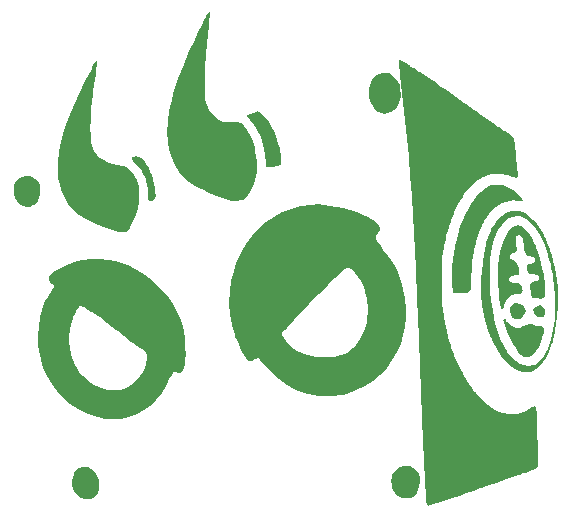
<source format=gbr>
%TF.GenerationSoftware,KiCad,Pcbnew,6.0.2+dfsg-1*%
%TF.CreationDate,2022-10-12T23:29:13+02:00*%
%TF.ProjectId,project_satan,70726f6a-6563-4745-9f73-6174616e2e6b,rev?*%
%TF.SameCoordinates,Original*%
%TF.FileFunction,Copper,L1,Top*%
%TF.FilePolarity,Positive*%
%FSLAX46Y46*%
G04 Gerber Fmt 4.6, Leading zero omitted, Abs format (unit mm)*
G04 Created by KiCad (PCBNEW 6.0.2+dfsg-1) date 2022-10-12 23:29:13*
%MOMM*%
%LPD*%
G01*
G04 APERTURE LIST*
G04 APERTURE END LIST*
%TO.C,REF\u002A\u002A*%
G36*
X65309903Y-62522650D02*
G01*
X65441173Y-61995006D01*
X65584231Y-61545581D01*
X65748444Y-61152427D01*
X65943181Y-60793595D01*
X66177811Y-60447137D01*
X66219531Y-60391581D01*
X66339706Y-60223441D01*
X66431380Y-60075958D01*
X66480035Y-59973272D01*
X66484227Y-59951450D01*
X66449693Y-59861358D01*
X66363395Y-59747960D01*
X66328068Y-59712282D01*
X66172319Y-59528660D01*
X66082188Y-59342005D01*
X66067145Y-59174533D01*
X66079523Y-59129172D01*
X66177242Y-58980939D01*
X66356376Y-58811604D01*
X66602781Y-58629600D01*
X66902317Y-58443363D01*
X67240840Y-58261328D01*
X67604210Y-58091929D01*
X67978283Y-57943603D01*
X68184227Y-57873819D01*
X68887535Y-57698431D01*
X69626870Y-57601722D01*
X70373945Y-57585647D01*
X71100472Y-57652160D01*
X71187916Y-57666290D01*
X71987071Y-57851952D01*
X72763685Y-58130161D01*
X73510092Y-58494386D01*
X74218624Y-58938090D01*
X74881614Y-59454741D01*
X75491397Y-60037804D01*
X76040305Y-60680744D01*
X76520672Y-61377029D01*
X76924831Y-62120123D01*
X77207368Y-62796499D01*
X77369317Y-63294956D01*
X77486477Y-63781073D01*
X77564688Y-64287194D01*
X77609792Y-64845665D01*
X77619477Y-65078695D01*
X77626581Y-65653627D01*
X77607118Y-66134080D01*
X77560855Y-66522236D01*
X77487560Y-66820276D01*
X77417457Y-66981118D01*
X77298377Y-67136345D01*
X77149800Y-67210063D01*
X76951108Y-67210248D01*
X76865975Y-67194430D01*
X76718187Y-67173529D01*
X76600414Y-67176183D01*
X76584842Y-67179933D01*
X76522085Y-67239604D01*
X76439511Y-67374172D01*
X76349164Y-67563560D01*
X76335962Y-67594793D01*
X75991987Y-68311976D01*
X75589929Y-68954998D01*
X75134118Y-69521233D01*
X74628886Y-70008049D01*
X74078562Y-70412818D01*
X73487479Y-70732911D01*
X72859967Y-70965699D01*
X72200356Y-71108552D01*
X71512978Y-71158841D01*
X70802163Y-71113936D01*
X70591009Y-71082523D01*
X69868816Y-70911334D01*
X69170020Y-70647969D01*
X68502183Y-70299183D01*
X67872866Y-69871732D01*
X67289632Y-69372374D01*
X66760043Y-68807863D01*
X66291659Y-68184957D01*
X65892043Y-67510411D01*
X65568756Y-66790981D01*
X65466353Y-66503797D01*
X65266668Y-65749904D01*
X65151140Y-64956615D01*
X65120387Y-64139603D01*
X65121579Y-64121597D01*
X67756835Y-64121597D01*
X67757718Y-64655311D01*
X67809346Y-65169098D01*
X67911849Y-65639711D01*
X68038614Y-65987411D01*
X68098325Y-66124397D01*
X68134177Y-66217768D01*
X68139312Y-66241741D01*
X68156987Y-66288932D01*
X68211681Y-66405137D01*
X68293920Y-66570661D01*
X68356243Y-66692628D01*
X68618842Y-67134855D01*
X68909955Y-67492909D01*
X69241974Y-67781508D01*
X69318081Y-67834683D01*
X69492798Y-67955994D01*
X69657044Y-68076324D01*
X69761696Y-68158586D01*
X69896527Y-68246806D01*
X70098689Y-68349669D01*
X70339162Y-68454996D01*
X70588928Y-68550607D01*
X70818967Y-68624326D01*
X70943736Y-68654649D01*
X71248197Y-68692129D01*
X71597555Y-68699995D01*
X71941187Y-68678290D01*
X72110214Y-68653615D01*
X72430858Y-68567859D01*
X72731983Y-68427738D01*
X73032646Y-68221844D01*
X73351907Y-67938768D01*
X73424864Y-67866676D01*
X73765159Y-67495598D01*
X74020203Y-67145994D01*
X74197685Y-66802354D01*
X74305292Y-66449167D01*
X74350712Y-66070925D01*
X74352956Y-65994332D01*
X74353643Y-65828435D01*
X74343426Y-65692602D01*
X74312915Y-65576296D01*
X74252722Y-65468982D01*
X74153458Y-65360122D01*
X74005735Y-65239179D01*
X73800162Y-65095618D01*
X73527353Y-64918900D01*
X73224235Y-64727614D01*
X73016949Y-64587573D01*
X72798510Y-64425038D01*
X72647559Y-64301775D01*
X72395582Y-64083614D01*
X72204367Y-63921432D01*
X72060150Y-63804392D01*
X71949171Y-63721661D01*
X71857668Y-63662403D01*
X71784227Y-63622039D01*
X71713213Y-63582412D01*
X71633466Y-63529532D01*
X71534146Y-63454531D01*
X71404417Y-63348540D01*
X71233441Y-63202688D01*
X71010378Y-63008108D01*
X70724393Y-62755929D01*
X70705970Y-62739634D01*
X70541318Y-62604217D01*
X70386922Y-62494820D01*
X70270100Y-62430334D01*
X70248026Y-62422944D01*
X70110938Y-62363234D01*
X69984227Y-62272519D01*
X69857715Y-62178555D01*
X69734227Y-62118757D01*
X69665599Y-62094096D01*
X69592243Y-62055499D01*
X69494847Y-61990232D01*
X69354098Y-61885560D01*
X69195904Y-61763808D01*
X69061606Y-61677289D01*
X68934227Y-61619905D01*
X68815878Y-61573247D01*
X68751042Y-61535356D01*
X68676836Y-61530723D01*
X68577717Y-61617336D01*
X68452322Y-61796786D01*
X68309932Y-62050285D01*
X68224928Y-62216166D01*
X68162341Y-62345568D01*
X68133408Y-62415062D01*
X68132661Y-62419874D01*
X68116810Y-62478625D01*
X68073965Y-62592775D01*
X68057356Y-62633367D01*
X67906784Y-63087378D01*
X67806567Y-63591203D01*
X67756835Y-64121597D01*
X65121579Y-64121597D01*
X65175024Y-63314542D01*
X65309903Y-62522650D01*
G37*
G36*
X104396755Y-51315393D02*
G01*
X104545655Y-51353005D01*
X104663514Y-51390945D01*
X104729283Y-51404886D01*
X104734227Y-51402800D01*
X104773025Y-51413238D01*
X104874236Y-51463409D01*
X105015085Y-51540571D01*
X105172795Y-51631981D01*
X105324590Y-51724898D01*
X105412864Y-51782476D01*
X105549192Y-51886812D01*
X105706656Y-52025713D01*
X105869630Y-52182826D01*
X106022488Y-52341799D01*
X106149602Y-52486279D01*
X106235346Y-52599911D01*
X106264093Y-52666343D01*
X106262377Y-52671471D01*
X106178147Y-52716337D01*
X106011905Y-52721301D01*
X105773335Y-52686435D01*
X105685126Y-52667299D01*
X105399910Y-52638582D01*
X105071434Y-52664322D01*
X104735616Y-52737774D01*
X104428374Y-52852194D01*
X104284227Y-52930368D01*
X104176505Y-52989089D01*
X104101842Y-53024199D01*
X104026732Y-53075964D01*
X103906124Y-53179299D01*
X103757110Y-53317262D01*
X103596784Y-53472911D01*
X103442239Y-53629306D01*
X103310569Y-53769503D01*
X103218868Y-53876560D01*
X103184228Y-53933537D01*
X103184227Y-53933682D01*
X103157384Y-53996822D01*
X103087814Y-54112865D01*
X103012455Y-54225034D01*
X102925024Y-54358184D01*
X102871866Y-54456081D01*
X102863663Y-54492923D01*
X102850272Y-54538368D01*
X102810435Y-54579321D01*
X102746838Y-54653260D01*
X102734227Y-54689406D01*
X102715402Y-54760259D01*
X102667896Y-54884685D01*
X102641595Y-54946289D01*
X102556252Y-55143066D01*
X102490555Y-55300612D01*
X102459227Y-55381903D01*
X102433887Y-55443938D01*
X102413557Y-55490713D01*
X102373560Y-55600283D01*
X102362927Y-55641009D01*
X102333272Y-55748906D01*
X102321664Y-55782692D01*
X102296380Y-55863967D01*
X102257197Y-56001736D01*
X102214311Y-56158643D01*
X102177917Y-56297330D01*
X102158208Y-56380440D01*
X102157608Y-56383876D01*
X102144830Y-56445716D01*
X102119765Y-56559221D01*
X102086557Y-56721312D01*
X102057914Y-56880646D01*
X102034234Y-57003972D01*
X102013671Y-57077692D01*
X102011932Y-57081040D01*
X101996124Y-57143380D01*
X101974639Y-57272420D01*
X101959773Y-57380930D01*
X101937405Y-57549905D01*
X101917487Y-57687097D01*
X101909057Y-57737420D01*
X101899710Y-57820933D01*
X101887318Y-57979746D01*
X101873671Y-58189080D01*
X101863462Y-58368571D01*
X101849372Y-58628457D01*
X101832979Y-58924153D01*
X101815598Y-59232638D01*
X101798545Y-59530889D01*
X101783136Y-59795882D01*
X101770684Y-60004596D01*
X101763088Y-60125392D01*
X101707101Y-60280813D01*
X101577772Y-60390552D01*
X101423323Y-60432274D01*
X101265974Y-60445780D01*
X101079715Y-60465482D01*
X101034227Y-60470881D01*
X100864644Y-60491461D01*
X100716215Y-60509230D01*
X100683327Y-60513104D01*
X100539529Y-60508980D01*
X100450943Y-60488354D01*
X100368365Y-60450258D01*
X100309948Y-60395190D01*
X100267457Y-60303671D01*
X100232660Y-60156223D01*
X100197320Y-59933365D01*
X100187735Y-59865730D01*
X100172974Y-59695914D01*
X100163639Y-59454175D01*
X100159526Y-59166520D01*
X100160433Y-58858954D01*
X100166156Y-58557484D01*
X100176492Y-58288117D01*
X100191238Y-58076859D01*
X100202412Y-57987032D01*
X100226855Y-57824199D01*
X100252405Y-57631019D01*
X100259309Y-57573662D01*
X100280597Y-57429701D01*
X100317617Y-57217222D01*
X100365029Y-56965653D01*
X100413854Y-56721986D01*
X100474395Y-56429118D01*
X100518158Y-56218338D01*
X100548665Y-56073626D01*
X100569434Y-55978958D01*
X100583988Y-55918313D01*
X100595845Y-55875667D01*
X100608527Y-55834999D01*
X100609227Y-55832791D01*
X100645004Y-55701620D01*
X100656760Y-55648923D01*
X100687873Y-55528666D01*
X100744313Y-55340811D01*
X100817285Y-55111942D01*
X100897990Y-54868643D01*
X100977631Y-54637498D01*
X101047411Y-54445093D01*
X101093282Y-54329832D01*
X101310902Y-53841841D01*
X101504862Y-53434798D01*
X101683312Y-53094660D01*
X101854399Y-52807381D01*
X102026271Y-52558917D01*
X102207076Y-52335222D01*
X102327317Y-52202724D01*
X102601250Y-51924194D01*
X102836976Y-51714293D01*
X103053860Y-51559723D01*
X103271267Y-51447188D01*
X103508563Y-51363390D01*
X103577553Y-51344232D01*
X103841463Y-51299193D01*
X104129142Y-51289712D01*
X104396755Y-51315393D01*
G37*
G36*
X83883159Y-45114035D02*
G01*
X84024161Y-45217091D01*
X84192847Y-45384777D01*
X84379660Y-45605137D01*
X84575041Y-45866213D01*
X84769430Y-46156048D01*
X84953271Y-46462683D01*
X85100204Y-46739892D01*
X85197556Y-46956369D01*
X85301742Y-47220102D01*
X85401979Y-47500230D01*
X85487481Y-47765891D01*
X85547464Y-47986223D01*
X85564141Y-48067505D01*
X85591743Y-48215501D01*
X85610473Y-48304569D01*
X85641041Y-48480171D01*
X85666903Y-48701742D01*
X85686473Y-48942512D01*
X85698166Y-49175714D01*
X85700393Y-49374576D01*
X85691569Y-49512331D01*
X85684045Y-49545932D01*
X85608766Y-49627627D01*
X85459329Y-49700132D01*
X85261495Y-49758351D01*
X85041023Y-49797190D01*
X84823672Y-49811552D01*
X84635202Y-49796342D01*
X84546727Y-49770912D01*
X84471051Y-49717096D01*
X84435357Y-49618131D01*
X84426400Y-49509455D01*
X84357327Y-48702848D01*
X84211610Y-47953428D01*
X83990192Y-47263851D01*
X83694017Y-46636771D01*
X83324031Y-46074844D01*
X83115729Y-45823698D01*
X82986604Y-45671814D01*
X82888670Y-45542549D01*
X82837905Y-45457524D01*
X82834227Y-45442788D01*
X82878465Y-45403276D01*
X82995805Y-45344949D01*
X83163184Y-45276476D01*
X83357538Y-45206524D01*
X83555804Y-45143761D01*
X83734919Y-45096855D01*
X83779400Y-45087569D01*
X83883159Y-45114035D01*
G37*
G36*
X94902030Y-41886696D02*
G01*
X95182789Y-42058119D01*
X95439218Y-42318584D01*
X95625877Y-42597165D01*
X95748462Y-42889512D01*
X95815153Y-43222123D01*
X95834187Y-43598083D01*
X95830775Y-43839534D01*
X95816534Y-44014471D01*
X95785390Y-44156461D01*
X95731267Y-44299073D01*
X95691724Y-44385256D01*
X95507984Y-44687114D01*
X95274510Y-44938182D01*
X95007463Y-45128537D01*
X94723004Y-45248252D01*
X94437292Y-45287401D01*
X94259227Y-45265105D01*
X93960789Y-45143260D01*
X93697916Y-44940121D01*
X93477398Y-44670357D01*
X93306029Y-44348634D01*
X93190599Y-43989620D01*
X93137901Y-43607982D01*
X93154728Y-43218388D01*
X93202194Y-42982495D01*
X93342136Y-42602073D01*
X93534101Y-42291017D01*
X93767453Y-42052483D01*
X94031558Y-41889627D01*
X94315779Y-41805607D01*
X94609482Y-41803578D01*
X94902030Y-41886696D01*
G37*
G36*
X81400947Y-62241726D02*
G01*
X81340336Y-61322215D01*
X81368601Y-60399492D01*
X81485461Y-59487029D01*
X81690634Y-58598298D01*
X81917281Y-57915785D01*
X82282010Y-57087066D01*
X82717266Y-56325845D01*
X83219020Y-55634960D01*
X83783244Y-55017249D01*
X84405908Y-54475548D01*
X85082985Y-54012696D01*
X85810445Y-53631529D01*
X86584260Y-53334887D01*
X87400400Y-53125605D01*
X88254838Y-53006521D01*
X88927944Y-52978088D01*
X89378362Y-53000693D01*
X89887037Y-53066170D01*
X90434921Y-53168996D01*
X91002966Y-53303653D01*
X91572124Y-53464620D01*
X92123346Y-53646377D01*
X92637585Y-53843403D01*
X93095791Y-54050179D01*
X93478916Y-54261184D01*
X93578193Y-54325727D01*
X93840495Y-54538216D01*
X94009324Y-54752925D01*
X94083397Y-54965684D01*
X94061435Y-55172318D01*
X93942156Y-55368658D01*
X93909227Y-55403613D01*
X93826111Y-55491683D01*
X93767563Y-55573884D01*
X93737574Y-55659969D01*
X93740131Y-55759690D01*
X93779224Y-55882801D01*
X93858842Y-56039055D01*
X93982973Y-56238204D01*
X94155608Y-56490003D01*
X94380734Y-56804202D01*
X94611827Y-57121441D01*
X95000224Y-57676894D01*
X95319036Y-58191136D01*
X95576905Y-58685370D01*
X95782475Y-59180802D01*
X95944387Y-59698634D01*
X96071285Y-60260071D01*
X96171812Y-60886317D01*
X96184063Y-60978741D01*
X96262947Y-61825798D01*
X96270026Y-62614057D01*
X96203472Y-63356300D01*
X96061456Y-64065308D01*
X95842151Y-64753863D01*
X95547731Y-65426677D01*
X95135071Y-66149889D01*
X94648332Y-66807850D01*
X94092490Y-67396663D01*
X93472523Y-67912435D01*
X92793408Y-68351270D01*
X92060122Y-68709274D01*
X91277642Y-68982552D01*
X90871638Y-69085725D01*
X90619315Y-69127501D01*
X90296819Y-69159193D01*
X89930755Y-69180259D01*
X89547726Y-69190155D01*
X89174336Y-69188340D01*
X88837189Y-69174271D01*
X88562887Y-69147405D01*
X88484227Y-69134416D01*
X87693163Y-68933904D01*
X86942977Y-68643142D01*
X86232600Y-68261456D01*
X85560962Y-67788171D01*
X84926994Y-67222615D01*
X84329627Y-66564112D01*
X84247468Y-66462731D01*
X84095872Y-66277906D01*
X83961488Y-66122909D01*
X83859209Y-66014346D01*
X83804845Y-65969144D01*
X83727645Y-65980318D01*
X83602009Y-66037280D01*
X83501264Y-66097882D01*
X83289473Y-66213982D01*
X83115141Y-66247473D01*
X82958737Y-66198077D01*
X82822867Y-66088286D01*
X82713091Y-65950016D01*
X82578046Y-65735981D01*
X82426867Y-65464496D01*
X82268690Y-65153878D01*
X82112649Y-64822442D01*
X81967880Y-64488504D01*
X81843516Y-64170380D01*
X81789923Y-64017219D01*
X81787794Y-64009452D01*
X85797349Y-64009452D01*
X85846560Y-64147129D01*
X85955428Y-64316608D01*
X86130320Y-64527772D01*
X86377602Y-64790503D01*
X86382270Y-64795271D01*
X86619620Y-65026029D01*
X86844824Y-65215247D01*
X87074705Y-65370868D01*
X87326086Y-65500837D01*
X87615792Y-65613098D01*
X87960646Y-65715594D01*
X88377471Y-65816271D01*
X88684227Y-65882262D01*
X88946003Y-65917265D01*
X89271948Y-65931924D01*
X89628539Y-65927285D01*
X89982250Y-65904396D01*
X90299557Y-65864305D01*
X90484227Y-65826008D01*
X90778770Y-65740237D01*
X91032529Y-65641069D01*
X91266834Y-65515501D01*
X91503010Y-65350531D01*
X91762387Y-65133154D01*
X92034435Y-64880865D01*
X92222358Y-64660551D01*
X92411895Y-64366515D01*
X92591200Y-64024319D01*
X92748425Y-63659527D01*
X92871724Y-63297701D01*
X92949251Y-62964405D01*
X92960897Y-62881780D01*
X93001872Y-62523975D01*
X93030658Y-62243381D01*
X93047929Y-62017843D01*
X93054356Y-61825207D01*
X93050614Y-61643319D01*
X93037375Y-61450026D01*
X93015311Y-61223171D01*
X93012176Y-61193343D01*
X92979214Y-60919862D01*
X92944498Y-60720454D01*
X92903200Y-60569043D01*
X92889475Y-60530845D01*
X92855358Y-60433582D01*
X92844306Y-60391765D01*
X92806359Y-60217693D01*
X92712885Y-59961494D01*
X92564240Y-59624132D01*
X92550408Y-59594587D01*
X92405618Y-59311318D01*
X92255861Y-59080815D01*
X92070800Y-58858923D01*
X91975689Y-58758130D01*
X91766800Y-58555298D01*
X91596740Y-58425090D01*
X91446983Y-58358053D01*
X91299004Y-58344733D01*
X91195915Y-58360199D01*
X91104256Y-58409145D01*
X90954562Y-58524130D01*
X90755754Y-58696765D01*
X90516749Y-58918664D01*
X90246466Y-59181438D01*
X89953824Y-59476701D01*
X89647742Y-59796065D01*
X89492160Y-59962474D01*
X89309893Y-60154495D01*
X89139753Y-60325487D01*
X88999048Y-60458603D01*
X88905084Y-60536998D01*
X88895068Y-60543632D01*
X88722176Y-60676897D01*
X88500034Y-60893497D01*
X88231055Y-61190976D01*
X88059227Y-61393955D01*
X87902134Y-61574806D01*
X87743542Y-61743501D01*
X87610350Y-61871846D01*
X87573915Y-61902651D01*
X87468584Y-61998852D01*
X87319585Y-62151225D01*
X87146908Y-62338668D01*
X86974054Y-62535955D01*
X86771110Y-62769420D01*
X86547117Y-63019976D01*
X86332913Y-63253453D01*
X86196379Y-63397683D01*
X86040706Y-63566910D01*
X85911661Y-63722400D01*
X85826062Y-63843034D01*
X85801427Y-63893695D01*
X85797349Y-64009452D01*
X81787794Y-64009452D01*
X81550716Y-63144551D01*
X81400947Y-62241726D01*
G37*
G36*
X69339067Y-75203406D02*
G01*
X69411916Y-75221846D01*
X69646968Y-75345077D01*
X69871940Y-75546246D01*
X70065578Y-75803725D01*
X70161903Y-75985087D01*
X70237026Y-76169571D01*
X70280429Y-76335788D01*
X70300251Y-76525882D01*
X70304600Y-76723915D01*
X70276383Y-77110701D01*
X70187554Y-77418813D01*
X70036291Y-77650626D01*
X69820776Y-77808520D01*
X69539186Y-77894869D01*
X69395654Y-77910701D01*
X69184572Y-77915864D01*
X69024196Y-77894499D01*
X68866943Y-77838540D01*
X68807321Y-77810961D01*
X68565001Y-77655993D01*
X68345439Y-77445233D01*
X68174257Y-77207415D01*
X68084428Y-77000180D01*
X68041194Y-76731214D01*
X68040378Y-76420653D01*
X68078580Y-76108967D01*
X68152402Y-75836624D01*
X68189335Y-75751367D01*
X68370280Y-75475678D01*
X68593844Y-75290191D01*
X68861576Y-75193750D01*
X68953131Y-75181807D01*
X69149139Y-75180696D01*
X69339067Y-75203406D01*
G37*
G36*
X104715515Y-62714609D02*
G01*
X104734227Y-62739960D01*
X104770313Y-62809476D01*
X104864324Y-62919897D01*
X104994884Y-63051087D01*
X105140618Y-63182908D01*
X105280150Y-63295222D01*
X105392106Y-63367891D01*
X105409186Y-63375845D01*
X105581275Y-63430869D01*
X105746605Y-63439054D01*
X105932595Y-63396932D01*
X106166665Y-63301035D01*
X106227401Y-63272345D01*
X106504636Y-63149793D01*
X106721468Y-63082232D01*
X106899101Y-63066741D01*
X107058738Y-63100401D01*
X107157299Y-63144322D01*
X107410677Y-63228380D01*
X107618039Y-63247387D01*
X107801828Y-63262625D01*
X107913178Y-63320367D01*
X107968496Y-63438650D01*
X107984187Y-63635512D01*
X107984227Y-63650017D01*
X107964096Y-63817234D01*
X107909146Y-64049469D01*
X107827541Y-64321271D01*
X107727444Y-64607191D01*
X107617019Y-64881776D01*
X107526827Y-65075986D01*
X107330465Y-65399848D01*
X107109056Y-65647254D01*
X106871036Y-65812905D01*
X106624846Y-65891499D01*
X106378922Y-65877739D01*
X106294350Y-65850073D01*
X106055656Y-65707672D01*
X105810801Y-65474080D01*
X105565100Y-65157639D01*
X105323866Y-64766693D01*
X105092413Y-64309587D01*
X104876054Y-63794663D01*
X104736082Y-63403244D01*
X104659667Y-63170389D01*
X104596518Y-62970698D01*
X104552737Y-62823998D01*
X104534424Y-62750113D01*
X104534227Y-62747259D01*
X104576096Y-62705860D01*
X104634227Y-62696302D01*
X104715515Y-62714609D01*
G37*
G36*
X73694523Y-48946273D02*
G01*
X73910045Y-49056681D01*
X74113580Y-49248180D01*
X74311526Y-49526893D01*
X74510282Y-49898946D01*
X74524703Y-49929306D01*
X74643963Y-50200197D01*
X74749166Y-50472520D01*
X74828472Y-50713884D01*
X74864619Y-50859195D01*
X74899690Y-50995556D01*
X74933730Y-51097163D01*
X74961559Y-51189249D01*
X74959227Y-51223718D01*
X74957881Y-51263625D01*
X74983952Y-51348241D01*
X75019347Y-51484306D01*
X75052982Y-51685657D01*
X75080530Y-51917416D01*
X75097662Y-52144703D01*
X75101064Y-52292047D01*
X75061582Y-52467613D01*
X74962412Y-52605187D01*
X74826333Y-52689583D01*
X74676125Y-52705614D01*
X74556047Y-52655394D01*
X74515381Y-52608145D01*
X74487940Y-52524616D01*
X74470517Y-52385863D01*
X74459904Y-52172945D01*
X74457041Y-52070785D01*
X74431046Y-51674793D01*
X74375939Y-51286304D01*
X74297532Y-50940271D01*
X74239352Y-50761289D01*
X74201702Y-50652465D01*
X74186654Y-50597485D01*
X74147870Y-50522056D01*
X74105554Y-50468173D01*
X74059007Y-50394569D01*
X74060326Y-50362590D01*
X74049691Y-50314479D01*
X74010435Y-50272849D01*
X73946836Y-50198882D01*
X73934227Y-50162708D01*
X73902865Y-50109456D01*
X73817157Y-49997417D01*
X73689672Y-49842268D01*
X73532975Y-49659684D01*
X73509227Y-49632603D01*
X73349187Y-49446243D01*
X73216691Y-49283666D01*
X73124363Y-49160977D01*
X73084830Y-49094285D01*
X73084227Y-49090456D01*
X73130173Y-48995023D01*
X73259370Y-48933087D01*
X73458856Y-48910833D01*
X73460614Y-48910832D01*
X73694523Y-48946273D01*
G37*
G36*
X70155348Y-40762221D02*
G01*
X70146790Y-40927881D01*
X70120730Y-41192100D01*
X70077172Y-41554830D01*
X70016121Y-42016028D01*
X69967587Y-42364855D01*
X69891521Y-42907127D01*
X69828266Y-43367737D01*
X69775671Y-43764095D01*
X69731583Y-44113607D01*
X69693849Y-44433681D01*
X69660315Y-44741725D01*
X69628830Y-45055147D01*
X69608847Y-45265667D01*
X69596030Y-45459543D01*
X69586371Y-45718341D01*
X69579889Y-46021042D01*
X69576604Y-46346629D01*
X69576536Y-46674084D01*
X69579704Y-46982389D01*
X69586127Y-47250526D01*
X69595826Y-47457478D01*
X69606709Y-47569903D01*
X69715470Y-48029667D01*
X69888305Y-48438550D01*
X70118114Y-48782816D01*
X70353686Y-49014967D01*
X70526349Y-49139977D01*
X70715187Y-49248673D01*
X70934741Y-49346273D01*
X71199556Y-49437994D01*
X71524175Y-49529057D01*
X71923142Y-49624678D01*
X72255307Y-49697304D01*
X72462896Y-49745863D01*
X72607789Y-49797404D01*
X72726022Y-49870792D01*
X72853635Y-49984892D01*
X72908452Y-50039206D01*
X73241424Y-50441551D01*
X73488260Y-50893817D01*
X73648487Y-51394228D01*
X73721634Y-51941013D01*
X73707228Y-52532398D01*
X73662632Y-52871135D01*
X73582973Y-53256877D01*
X73473500Y-53655514D01*
X73341810Y-54047676D01*
X73195500Y-54413993D01*
X73042167Y-54735093D01*
X72889407Y-54991608D01*
X72774630Y-55135334D01*
X72651190Y-55252074D01*
X72548035Y-55310027D01*
X72422685Y-55328409D01*
X72346782Y-55328880D01*
X72204132Y-55314054D01*
X71994740Y-55275955D01*
X71747536Y-55220474D01*
X71508058Y-55158157D01*
X70652589Y-54886938D01*
X69887942Y-54575830D01*
X69212822Y-54223930D01*
X68625931Y-53830336D01*
X68125974Y-53394144D01*
X67711654Y-52914453D01*
X67381675Y-52390360D01*
X67301774Y-52230366D01*
X67099061Y-51739041D01*
X66955417Y-51239631D01*
X66865998Y-50708023D01*
X66825959Y-50120108D01*
X66822713Y-49846006D01*
X66844039Y-49260870D01*
X66906578Y-48658523D01*
X67012398Y-48032925D01*
X67163568Y-47378039D01*
X67362156Y-46687826D01*
X67610230Y-45956247D01*
X67909859Y-45177265D01*
X68263112Y-44344841D01*
X68672057Y-43452936D01*
X69138762Y-42495513D01*
X69665296Y-41466533D01*
X69745802Y-41312804D01*
X69904259Y-41020385D01*
X70024094Y-40820203D01*
X70105276Y-40712310D01*
X70146398Y-40695164D01*
X70155348Y-40762221D01*
G37*
G36*
X96635130Y-75161785D02*
G01*
X96913799Y-75285185D01*
X97155786Y-75486453D01*
X97217503Y-75560811D01*
X97363837Y-75829047D01*
X97447597Y-76149114D01*
X97470054Y-76495725D01*
X97432476Y-76843590D01*
X97336134Y-77167422D01*
X97182297Y-77441931D01*
X97119284Y-77517220D01*
X96878963Y-77705180D01*
X96589273Y-77818806D01*
X96272991Y-77853145D01*
X95952895Y-77803245D01*
X95893357Y-77783772D01*
X95584056Y-77621692D01*
X95331403Y-77380230D01*
X95172422Y-77126875D01*
X95104464Y-76915776D01*
X95066238Y-76646255D01*
X95059102Y-76355967D01*
X95084416Y-76082570D01*
X95128260Y-75903264D01*
X95276222Y-75616960D01*
X95487730Y-75392095D01*
X95746080Y-75231407D01*
X96034566Y-75137634D01*
X96336484Y-75113513D01*
X96635130Y-75161785D01*
G37*
G36*
X64383400Y-50559086D02*
G01*
X64668282Y-50643496D01*
X64920089Y-50796752D01*
X65122673Y-51013435D01*
X65259885Y-51288129D01*
X65284337Y-51374475D01*
X65310873Y-51588927D01*
X65308723Y-51856433D01*
X65281665Y-52141225D01*
X65233478Y-52407540D01*
X65167940Y-52619609D01*
X65148330Y-52661825D01*
X64972617Y-52898840D01*
X64731906Y-53064029D01*
X64437090Y-53150816D01*
X64320698Y-53161561D01*
X64123811Y-53158900D01*
X63941826Y-53137728D01*
X63846170Y-53113330D01*
X63553063Y-52952069D01*
X63326865Y-52718107D01*
X63169784Y-52415142D01*
X63084029Y-52046873D01*
X63067924Y-51810060D01*
X63091959Y-51443567D01*
X63180324Y-51146963D01*
X63337158Y-50910125D01*
X63491785Y-50773104D01*
X63779004Y-50618473D01*
X64081591Y-50548939D01*
X64383400Y-50559086D01*
G37*
G36*
X106038251Y-54814049D02*
G01*
X106308450Y-54976173D01*
X106575344Y-55237829D01*
X106692326Y-55385093D01*
X106802042Y-55550322D01*
X106930742Y-55769927D01*
X107058584Y-56007406D01*
X107165732Y-56226257D01*
X107221545Y-56358827D01*
X107271005Y-56491345D01*
X107338033Y-56669012D01*
X107381961Y-56784665D01*
X107495321Y-57112248D01*
X107614860Y-57509673D01*
X107733087Y-57947524D01*
X107842514Y-58396386D01*
X107935648Y-58826844D01*
X108005001Y-59209484D01*
X108013427Y-59264546D01*
X108038077Y-59425400D01*
X108058870Y-59551938D01*
X108065910Y-59590187D01*
X108073447Y-59669154D01*
X108081845Y-59823993D01*
X108089950Y-60030401D01*
X108095238Y-60208123D01*
X108100347Y-60448100D01*
X108098493Y-60608943D01*
X108086056Y-60711660D01*
X108059419Y-60777256D01*
X108014961Y-60826740D01*
X107984227Y-60852568D01*
X107906255Y-60904502D01*
X107814603Y-60932181D01*
X107681025Y-60939934D01*
X107477278Y-60932092D01*
X107468709Y-60931598D01*
X107223553Y-60908803D01*
X107056798Y-60862266D01*
X106950315Y-60774287D01*
X106885977Y-60627162D01*
X106845654Y-60403189D01*
X106834895Y-60312697D01*
X106809654Y-60109394D01*
X106783296Y-59933756D01*
X106760877Y-59818874D01*
X106757698Y-59807361D01*
X106764869Y-59704988D01*
X106857300Y-59616794D01*
X107040539Y-59538904D01*
X107208562Y-59492544D01*
X107404473Y-59435875D01*
X107519695Y-59372553D01*
X107573169Y-59287294D01*
X107584227Y-59189399D01*
X107561362Y-59065964D01*
X107483351Y-58980116D01*
X107336064Y-58923486D01*
X107105371Y-58887704D01*
X107068936Y-58884185D01*
X106827354Y-58847859D01*
X106669008Y-58781744D01*
X106578204Y-58670667D01*
X106539249Y-58499457D01*
X106534227Y-58367241D01*
X106548024Y-58171628D01*
X106599955Y-58055317D01*
X106705827Y-57999945D01*
X106861477Y-57987032D01*
X107058539Y-57952769D01*
X107184917Y-57853718D01*
X107233851Y-57695486D01*
X107234227Y-57677735D01*
X107188724Y-57526700D01*
X107051944Y-57415358D01*
X106823478Y-57343382D01*
X106818432Y-57342428D01*
X106648644Y-57302649D01*
X106523310Y-57245973D01*
X106432939Y-57156780D01*
X106368038Y-57019453D01*
X106319115Y-56818373D01*
X106276678Y-56537921D01*
X106262846Y-56428273D01*
X106215774Y-56111954D01*
X106159898Y-55883170D01*
X106088981Y-55729291D01*
X105996787Y-55637689D01*
X105877080Y-55595735D01*
X105850024Y-55592264D01*
X105712810Y-55606214D01*
X105638301Y-55652527D01*
X105594041Y-55767254D01*
X105578312Y-55954704D01*
X105591317Y-56191506D01*
X105631381Y-56445290D01*
X105669869Y-56685511D01*
X105660288Y-56853190D01*
X105591212Y-56969011D01*
X105451217Y-57053660D01*
X105259227Y-57119098D01*
X105161234Y-57159480D01*
X105118643Y-57226958D01*
X105109229Y-57357415D01*
X105109227Y-57361256D01*
X105117435Y-57486006D01*
X105158095Y-57565729D01*
X105255257Y-57635154D01*
X105325082Y-57672950D01*
X105499348Y-57772315D01*
X105615283Y-57867961D01*
X105707022Y-57994325D01*
X105783057Y-58135031D01*
X105856868Y-58331354D01*
X105892321Y-58536807D01*
X105887570Y-58720398D01*
X105840771Y-58851137D01*
X105826669Y-58867752D01*
X105737166Y-58915156D01*
X105587984Y-58956382D01*
X105483230Y-58973412D01*
X105252819Y-59028401D01*
X105093772Y-59123541D01*
X105013325Y-59247960D01*
X105018716Y-59390788D01*
X105110110Y-59533808D01*
X105194589Y-59574246D01*
X105350012Y-59608016D01*
X105517244Y-59626603D01*
X105771085Y-59657303D01*
X105942247Y-59713239D01*
X106046700Y-59803237D01*
X106100417Y-59936125D01*
X106103321Y-59950554D01*
X106132596Y-60104500D01*
X106157011Y-60231357D01*
X106137303Y-60357111D01*
X106053403Y-60472127D01*
X105937166Y-60537771D01*
X105900822Y-60542061D01*
X105809861Y-60550347D01*
X105655986Y-60571931D01*
X105495700Y-60598196D01*
X105262307Y-60654823D01*
X105088351Y-60739577D01*
X104995862Y-60811032D01*
X104884920Y-60936400D01*
X104770594Y-61108969D01*
X104670713Y-61296086D01*
X104603102Y-61465102D01*
X104584227Y-61564961D01*
X104554734Y-61651038D01*
X104490741Y-61748808D01*
X104423587Y-61824996D01*
X104390715Y-61825643D01*
X104369034Y-61766882D01*
X104271187Y-61353595D01*
X104191014Y-60864020D01*
X104129653Y-60320688D01*
X104088240Y-59746131D01*
X104067914Y-59162877D01*
X104069812Y-58593459D01*
X104095071Y-58060406D01*
X104144829Y-57586250D01*
X104154638Y-57520564D01*
X104258011Y-56979173D01*
X104391049Y-56475497D01*
X104549192Y-56018912D01*
X104727880Y-55618796D01*
X104922551Y-55284526D01*
X105128645Y-55025479D01*
X105341600Y-54851034D01*
X105484322Y-54786610D01*
X105763842Y-54751011D01*
X106038251Y-54814049D01*
G37*
G36*
X79638805Y-36699812D02*
G01*
X79657176Y-36719795D01*
X79669128Y-36763922D01*
X79674196Y-36841046D01*
X79671919Y-36960021D01*
X79661833Y-37129701D01*
X79643476Y-37358941D01*
X79616384Y-37656594D01*
X79580095Y-38031514D01*
X79534146Y-38492555D01*
X79505783Y-38774211D01*
X79465601Y-39178974D01*
X79423601Y-39613414D01*
X79382666Y-40046915D01*
X79345679Y-40448864D01*
X79315523Y-40788647D01*
X79309983Y-40853304D01*
X79284768Y-41205670D01*
X79264731Y-41598072D01*
X79249968Y-42014129D01*
X79240577Y-42437462D01*
X79236653Y-42851689D01*
X79238292Y-43240430D01*
X79245591Y-43587304D01*
X79258647Y-43875930D01*
X79277555Y-44089929D01*
X79290482Y-44169871D01*
X79414324Y-44557486D01*
X79612389Y-44939107D01*
X79868240Y-45293257D01*
X80165443Y-45598460D01*
X80487559Y-45833240D01*
X80614827Y-45900346D01*
X80799312Y-45977586D01*
X80964305Y-46018427D01*
X81156822Y-46032078D01*
X81284227Y-46031474D01*
X81504454Y-46022890D01*
X81717554Y-46007238D01*
X81873324Y-45988485D01*
X82091222Y-45980253D01*
X82283491Y-46042041D01*
X82472261Y-46183632D01*
X82586965Y-46304012D01*
X82847939Y-46658698D01*
X83086252Y-47098157D01*
X83295710Y-47608332D01*
X83470119Y-48175169D01*
X83540678Y-48468294D01*
X83610114Y-48875370D01*
X83651947Y-49321011D01*
X83666146Y-49778196D01*
X83652681Y-50219906D01*
X83611521Y-50619120D01*
X83543473Y-50945918D01*
X83428081Y-51283086D01*
X83280640Y-51616594D01*
X83112157Y-51928161D01*
X82933640Y-52199507D01*
X82756096Y-52412354D01*
X82590532Y-52548420D01*
X82572440Y-52558485D01*
X82441499Y-52600726D01*
X82244492Y-52634702D01*
X82015204Y-52657647D01*
X81787420Y-52666795D01*
X81594924Y-52659380D01*
X81509227Y-52645533D01*
X81414461Y-52621701D01*
X81254055Y-52581343D01*
X81059355Y-52532345D01*
X81018236Y-52521995D01*
X80556206Y-52383428D01*
X80035644Y-52187283D01*
X79474427Y-51940618D01*
X79159227Y-51788132D01*
X78753927Y-51580907D01*
X78424771Y-51400093D01*
X78155078Y-51234822D01*
X77928169Y-51074227D01*
X77727365Y-50907441D01*
X77555151Y-50743034D01*
X77104586Y-50221206D01*
X76736257Y-49647275D01*
X76450065Y-49020520D01*
X76245910Y-48340222D01*
X76123694Y-47605662D01*
X76083318Y-46816118D01*
X76124682Y-45970871D01*
X76247689Y-45069202D01*
X76452238Y-44110390D01*
X76578202Y-43633777D01*
X76743006Y-43075435D01*
X76927929Y-42509851D01*
X77137167Y-41926865D01*
X77374917Y-41316318D01*
X77645377Y-40668049D01*
X77952742Y-39971899D01*
X78301210Y-39217707D01*
X78694977Y-38395313D01*
X78994305Y-37784763D01*
X79188668Y-37397225D01*
X79345107Y-37098122D01*
X79465585Y-36884009D01*
X79552062Y-36751439D01*
X79606501Y-36696965D01*
X79614477Y-36695118D01*
X79638805Y-36699812D01*
G37*
G36*
X102700069Y-58788610D02*
G01*
X102719497Y-58672711D01*
X102741081Y-58498369D01*
X102756994Y-58337722D01*
X102775157Y-58146394D01*
X102793632Y-57978783D01*
X102806060Y-57886834D01*
X102822841Y-57768189D01*
X102844251Y-57594646D01*
X102859177Y-57462754D01*
X102878907Y-57299508D01*
X102897063Y-57180364D01*
X102907549Y-57137112D01*
X102923250Y-57075330D01*
X102944359Y-56950508D01*
X102953663Y-56884862D01*
X102983861Y-56702622D01*
X103021218Y-56531245D01*
X103030540Y-56496598D01*
X103057079Y-56387699D01*
X103060755Y-56334751D01*
X103059045Y-56333777D01*
X103060958Y-56290738D01*
X103093243Y-56175056D01*
X103148555Y-56006887D01*
X103219547Y-55806384D01*
X103298876Y-55593702D01*
X103379194Y-55388995D01*
X103453156Y-55212418D01*
X103513417Y-55084125D01*
X103516909Y-55077517D01*
X103797162Y-54619255D01*
X104108465Y-54230399D01*
X104442656Y-53918441D01*
X104791572Y-53690878D01*
X105147050Y-53555205D01*
X105184227Y-53546638D01*
X105518572Y-53506001D01*
X105824970Y-53529116D01*
X105947422Y-53561083D01*
X106076360Y-53603589D01*
X106162063Y-53630128D01*
X106172422Y-53632854D01*
X106341651Y-53697158D01*
X106540982Y-53823102D01*
X106779267Y-54017238D01*
X107065357Y-54286120D01*
X107096727Y-54317163D01*
X107254208Y-54478675D01*
X107380892Y-54618218D01*
X107462027Y-54718921D01*
X107484227Y-54760349D01*
X107518998Y-54839089D01*
X107555953Y-54878195D01*
X107628155Y-54967339D01*
X107728575Y-55130807D01*
X107848077Y-55349980D01*
X107977523Y-55606239D01*
X108107777Y-55880963D01*
X108229703Y-56155534D01*
X108334163Y-56411331D01*
X108405434Y-56609320D01*
X108458278Y-56767263D01*
X108502399Y-56892987D01*
X108518357Y-56934961D01*
X108553513Y-57032223D01*
X108561484Y-57060207D01*
X108579679Y-57127366D01*
X108618761Y-57267370D01*
X108672147Y-57456722D01*
X108708873Y-57586243D01*
X108769599Y-57805034D01*
X108821042Y-57999709D01*
X108855843Y-58141970D01*
X108865193Y-58187426D01*
X108892547Y-58332950D01*
X108919929Y-58462969D01*
X108945250Y-58576504D01*
X108958850Y-58638314D01*
X108969270Y-58698596D01*
X108989607Y-58822491D01*
X109001054Y-58893431D01*
X109028138Y-59062119D01*
X109051608Y-59208269D01*
X109057367Y-59244121D01*
X109101273Y-59555601D01*
X109130590Y-59865025D01*
X109147372Y-60203731D01*
X109153669Y-60603055D01*
X109153845Y-60717406D01*
X109146643Y-61230913D01*
X109126771Y-61737882D01*
X109095751Y-62214677D01*
X109055105Y-62637666D01*
X109008782Y-62969199D01*
X108982970Y-63133709D01*
X108963933Y-63278639D01*
X108962228Y-63294840D01*
X108943001Y-63435517D01*
X108914388Y-63596045D01*
X108913977Y-63598077D01*
X108885890Y-63738152D01*
X108865420Y-63842908D01*
X108864353Y-63848570D01*
X108845018Y-63947359D01*
X108816905Y-64086595D01*
X108814353Y-64099063D01*
X108785885Y-64239116D01*
X108764981Y-64343872D01*
X108763876Y-64349556D01*
X108733826Y-64467741D01*
X108723575Y-64499852D01*
X108697317Y-64581921D01*
X108651355Y-64730455D01*
X108594797Y-64915969D01*
X108584277Y-64950740D01*
X108397593Y-65472451D01*
X108171900Y-65939912D01*
X107913911Y-66344121D01*
X107630336Y-66676076D01*
X107327885Y-66926776D01*
X107013271Y-67087219D01*
X106984227Y-67097041D01*
X106852709Y-67130723D01*
X106692822Y-67159951D01*
X106537533Y-67180257D01*
X106419810Y-67187174D01*
X106374380Y-67179672D01*
X106319882Y-67163364D01*
X106205803Y-67141712D01*
X106184227Y-67138258D01*
X105906400Y-67080739D01*
X105725785Y-67010154D01*
X105691394Y-66986979D01*
X105547809Y-66890380D01*
X105364651Y-66788579D01*
X105309227Y-66761386D01*
X105238987Y-66709860D01*
X105121484Y-66605229D01*
X104973014Y-66463980D01*
X104809877Y-66302599D01*
X104648371Y-66137574D01*
X104504793Y-65985391D01*
X104395442Y-65862537D01*
X104336617Y-65785500D01*
X104330907Y-65771744D01*
X104301099Y-65709975D01*
X104227754Y-65597587D01*
X104158590Y-65501825D01*
X104090685Y-65398346D01*
X103994962Y-65235703D01*
X103881424Y-65032832D01*
X103760070Y-64808669D01*
X103640905Y-64582152D01*
X103533928Y-64372215D01*
X103449141Y-64197796D01*
X103396547Y-64077832D01*
X103384227Y-64035695D01*
X103367043Y-63972153D01*
X103326544Y-63864356D01*
X103280372Y-63740880D01*
X103255395Y-63656788D01*
X103223982Y-63553053D01*
X103205526Y-63506492D01*
X103166029Y-63396732D01*
X103155526Y-63356196D01*
X103123994Y-63252452D01*
X103105526Y-63205900D01*
X103067483Y-63106911D01*
X103057016Y-63072041D01*
X103041366Y-63006193D01*
X103008527Y-62867407D01*
X102964301Y-62680259D01*
X102914492Y-62469323D01*
X102864905Y-62259175D01*
X102821344Y-62074390D01*
X102802633Y-61994921D01*
X102779263Y-61865484D01*
X102757018Y-61695812D01*
X102751692Y-61644231D01*
X102730515Y-61456455D01*
X102701431Y-61238676D01*
X102687194Y-61143245D01*
X102675072Y-61010467D01*
X102666248Y-60802130D01*
X102660614Y-60537966D01*
X102658063Y-60237705D01*
X102658487Y-59921078D01*
X102661778Y-59607815D01*
X102667828Y-59317649D01*
X102676529Y-59070309D01*
X102681775Y-58984095D01*
X103393103Y-58984095D01*
X103399727Y-59406011D01*
X103408750Y-59756655D01*
X103419086Y-60084582D01*
X103430056Y-60372980D01*
X103440981Y-60605034D01*
X103451182Y-60763933D01*
X103456736Y-60817604D01*
X103477584Y-60966624D01*
X103505254Y-61173113D01*
X103534135Y-61395119D01*
X103537157Y-61418787D01*
X103621111Y-61979597D01*
X103727652Y-62535217D01*
X103850962Y-63060231D01*
X103985222Y-63529221D01*
X104087907Y-63824489D01*
X104141918Y-63972475D01*
X104176868Y-64081633D01*
X104184227Y-64116255D01*
X104207344Y-64187372D01*
X104269794Y-64325687D01*
X104361227Y-64511446D01*
X104471290Y-64724890D01*
X104589631Y-64946264D01*
X104705900Y-65155812D01*
X104809745Y-65333778D01*
X104881252Y-65446550D01*
X105214247Y-65876585D01*
X105563623Y-66212004D01*
X105927395Y-66451550D01*
X106303574Y-66593966D01*
X106690173Y-66637996D01*
X106760697Y-66635377D01*
X106985887Y-66603928D01*
X107192792Y-66544606D01*
X107260697Y-66514587D01*
X107505436Y-66344548D01*
X107750565Y-66095338D01*
X107980654Y-65786721D01*
X108180276Y-65438463D01*
X108285974Y-65201233D01*
X108546579Y-64425067D01*
X108741082Y-63590339D01*
X108866408Y-62716276D01*
X108919484Y-61822105D01*
X108914843Y-61268491D01*
X108903586Y-60972636D01*
X108891439Y-60699525D01*
X108879468Y-60470189D01*
X108868741Y-60305656D01*
X108862696Y-60241470D01*
X108844155Y-60087050D01*
X108822264Y-59891319D01*
X108811547Y-59790582D01*
X108790165Y-59596632D01*
X108767992Y-59412986D01*
X108758264Y-59339694D01*
X108732652Y-59157072D01*
X108709121Y-58989004D01*
X108654731Y-58641338D01*
X108603862Y-58387821D01*
X108570909Y-58233324D01*
X108552878Y-58137327D01*
X108529242Y-58028685D01*
X108486976Y-57858227D01*
X108434697Y-57660545D01*
X108428079Y-57636341D01*
X108195098Y-56880645D01*
X107932556Y-56200174D01*
X107642877Y-55598996D01*
X107328486Y-55081178D01*
X106991807Y-54650789D01*
X106635266Y-54311897D01*
X106320158Y-54099787D01*
X106149108Y-54016453D01*
X105990785Y-53972286D01*
X105797888Y-53956069D01*
X105709227Y-53954909D01*
X105332466Y-53999001D01*
X104986994Y-54134088D01*
X104670965Y-54361639D01*
X104382534Y-54683123D01*
X104119853Y-55100009D01*
X104018457Y-55300343D01*
X103835821Y-55723194D01*
X103687542Y-56158892D01*
X103571667Y-56620410D01*
X103486240Y-57120718D01*
X103429307Y-57672788D01*
X103398913Y-58289590D01*
X103393103Y-58984095D01*
X102681775Y-58984095D01*
X102687773Y-58885526D01*
X102700069Y-58788610D01*
G37*
G36*
X95849522Y-40730380D02*
G01*
X95992968Y-40800206D01*
X96150720Y-40894046D01*
X96290223Y-40993464D01*
X96336962Y-41033779D01*
X96436740Y-41114744D01*
X96511224Y-41153359D01*
X96516713Y-41153896D01*
X96586149Y-41187722D01*
X96659227Y-41254093D01*
X96740153Y-41328658D01*
X96790406Y-41354290D01*
X96849539Y-41380336D01*
X96966086Y-41448729D01*
X97115193Y-41544857D01*
X97120157Y-41548183D01*
X97255063Y-41638464D01*
X97454029Y-41771344D01*
X97697813Y-41933987D01*
X97967176Y-42113556D01*
X98227745Y-42287137D01*
X98638424Y-42561460D01*
X98984188Y-42794461D01*
X99284126Y-42999172D01*
X99557328Y-43188626D01*
X99822884Y-43375858D01*
X99834227Y-43383919D01*
X99991698Y-43493988D01*
X100166092Y-43613310D01*
X100208438Y-43641827D01*
X100340165Y-43732941D01*
X100441940Y-43808303D01*
X100467951Y-43829803D01*
X100545383Y-43891492D01*
X100665766Y-43979602D01*
X100708297Y-44009517D01*
X100871845Y-44124916D01*
X101037876Y-44244408D01*
X101059227Y-44260010D01*
X101217497Y-44374258D01*
X101378053Y-44487651D01*
X101394670Y-44499187D01*
X101502561Y-44574714D01*
X101667653Y-44691256D01*
X101865712Y-44831675D01*
X102034227Y-44951547D01*
X102347745Y-45173401D01*
X102633135Y-45372414D01*
X102877226Y-45539567D01*
X103066843Y-45665838D01*
X103188816Y-45742209D01*
X103189089Y-45742367D01*
X103304492Y-45821713D01*
X103375319Y-45880138D01*
X103468447Y-45944809D01*
X103525664Y-45963363D01*
X103580942Y-45991280D01*
X103584227Y-46004996D01*
X103624216Y-46054257D01*
X103720508Y-46114716D01*
X103721727Y-46115327D01*
X103856978Y-46198835D01*
X103993282Y-46305409D01*
X103996727Y-46308510D01*
X104084452Y-46376957D01*
X104132151Y-46392850D01*
X104134992Y-46386050D01*
X104156078Y-46373689D01*
X104172492Y-46392508D01*
X104237857Y-46455217D01*
X104354388Y-46543311D01*
X104492271Y-46636900D01*
X104621692Y-46716092D01*
X104712838Y-46760998D01*
X104730735Y-46764941D01*
X104782154Y-46793425D01*
X104784227Y-46804238D01*
X104823436Y-46852249D01*
X104920360Y-46921072D01*
X104946727Y-46936711D01*
X105192510Y-47107526D01*
X105355216Y-47287532D01*
X105397214Y-47366124D01*
X105424364Y-47432300D01*
X105445243Y-47492959D01*
X105462841Y-47565710D01*
X105480149Y-47668161D01*
X105500156Y-47817918D01*
X105525853Y-48032591D01*
X105558871Y-48317998D01*
X105570872Y-48444558D01*
X105586323Y-48638892D01*
X105602738Y-48868755D01*
X105611002Y-48994329D01*
X105629994Y-49284645D01*
X105645914Y-49502242D01*
X105661339Y-49674439D01*
X105678843Y-49828552D01*
X105701002Y-49991902D01*
X105712554Y-50071450D01*
X105736661Y-50264489D01*
X105752739Y-50447583D01*
X105756128Y-50522337D01*
X105749772Y-50640422D01*
X105707975Y-50689935D01*
X105609227Y-50701896D01*
X105483737Y-50692209D01*
X105405302Y-50665319D01*
X105311738Y-50622888D01*
X105255302Y-50609558D01*
X105146529Y-50580272D01*
X105105723Y-50561076D01*
X105062575Y-50539412D01*
X104993135Y-50517151D01*
X104876488Y-50488922D01*
X104691721Y-50449351D01*
X104584227Y-50427122D01*
X104437141Y-50408583D01*
X104236004Y-50398443D01*
X104006625Y-50396158D01*
X103774815Y-50401184D01*
X103566385Y-50412974D01*
X103407145Y-50430986D01*
X103324367Y-50453714D01*
X103216607Y-50498882D01*
X103186364Y-50505495D01*
X103083526Y-50536554D01*
X103011364Y-50568493D01*
X102882563Y-50629502D01*
X102784227Y-50672343D01*
X102646553Y-50740748D01*
X102529702Y-50811148D01*
X102405445Y-50894635D01*
X102252239Y-50997692D01*
X102204702Y-51029691D01*
X102087923Y-51122485D01*
X101937758Y-51261840D01*
X101769359Y-51431175D01*
X101597880Y-51613907D01*
X101438476Y-51793455D01*
X101306299Y-51953237D01*
X101216504Y-52076672D01*
X101184227Y-52146333D01*
X101157740Y-52199874D01*
X101089204Y-52308430D01*
X101017752Y-52413444D01*
X100868330Y-52650403D01*
X100702966Y-52950927D01*
X100537583Y-53283607D01*
X100388104Y-53617035D01*
X100312899Y-53803797D01*
X100240559Y-53989736D01*
X100176067Y-54149463D01*
X100132594Y-54250404D01*
X100130554Y-54254684D01*
X100079696Y-54391807D01*
X100061680Y-54464352D01*
X100020024Y-54601505D01*
X99985963Y-54677272D01*
X99955499Y-54756142D01*
X99963590Y-54780720D01*
X99966382Y-54811026D01*
X99943312Y-54844899D01*
X99894916Y-54940576D01*
X99864650Y-55049993D01*
X99833800Y-55185083D01*
X99786403Y-55358037D01*
X99766434Y-55424177D01*
X99704443Y-55644058D01*
X99635399Y-55921886D01*
X99567264Y-56222069D01*
X99508000Y-56509009D01*
X99465568Y-56747113D01*
X99456510Y-56809714D01*
X99434461Y-56958906D01*
X99414711Y-57062584D01*
X99406777Y-57088266D01*
X99383881Y-57177264D01*
X99364130Y-57353498D01*
X99347527Y-57604056D01*
X99334072Y-57916027D01*
X99323768Y-58276498D01*
X99316615Y-58672558D01*
X99312618Y-59091295D01*
X99311775Y-59519798D01*
X99314091Y-59945154D01*
X99319565Y-60354452D01*
X99328201Y-60734780D01*
X99340000Y-61073227D01*
X99354963Y-61356880D01*
X99373092Y-61572828D01*
X99394390Y-61708158D01*
X99406147Y-61741419D01*
X99419550Y-61802579D01*
X99437989Y-61932798D01*
X99453797Y-62070069D01*
X99470359Y-62222307D01*
X99486846Y-62354309D01*
X99507008Y-62488961D01*
X99534599Y-62649147D01*
X99573370Y-62857752D01*
X99627073Y-63137662D01*
X99638596Y-63197288D01*
X99685849Y-63432824D01*
X99731900Y-63647143D01*
X99770369Y-63811296D01*
X99788729Y-63878805D01*
X99829315Y-64019819D01*
X99855900Y-64129298D01*
X99887902Y-64265081D01*
X99940127Y-64459761D01*
X100004384Y-64685542D01*
X100072479Y-64914631D01*
X100136219Y-65119233D01*
X100187412Y-65271553D01*
X100208783Y-65326479D01*
X100262173Y-65456095D01*
X100331093Y-65635351D01*
X100383244Y-65777367D01*
X100475899Y-66010181D01*
X100605189Y-66300642D01*
X100758588Y-66623651D01*
X100923571Y-66954110D01*
X101087611Y-67266921D01*
X101238184Y-67536986D01*
X101361068Y-67736678D01*
X101465073Y-67894467D01*
X101543226Y-68017576D01*
X101582168Y-68084813D01*
X101584227Y-68090677D01*
X101612765Y-68141709D01*
X101686551Y-68247134D01*
X101787843Y-68383525D01*
X101898897Y-68527454D01*
X102001971Y-68655496D01*
X102078741Y-68743615D01*
X102153591Y-68834132D01*
X102184227Y-68894694D01*
X102218646Y-68944519D01*
X102312817Y-69049074D01*
X102453110Y-69195022D01*
X102625893Y-69369026D01*
X102817538Y-69557748D01*
X103014413Y-69747851D01*
X103202888Y-69925997D01*
X103369333Y-70078848D01*
X103500117Y-70193067D01*
X103558753Y-70239692D01*
X103989258Y-70495392D01*
X104461542Y-70660158D01*
X104974890Y-70733757D01*
X105084227Y-70737548D01*
X105567821Y-70713458D01*
X106002473Y-70617956D01*
X106416712Y-70442984D01*
X106684234Y-70285610D01*
X106905351Y-70153146D01*
X107066765Y-70084366D01*
X107182550Y-70075316D01*
X107266771Y-70122035D01*
X107292370Y-70165701D01*
X107312634Y-70247317D01*
X107328522Y-70378738D01*
X107340994Y-70571820D01*
X107351008Y-70838418D01*
X107359524Y-71190388D01*
X107361535Y-71293323D01*
X107368799Y-71630135D01*
X107377321Y-71946661D01*
X107386470Y-72224370D01*
X107395615Y-72444732D01*
X107404126Y-72589216D01*
X107406551Y-72615828D01*
X107419426Y-72771766D01*
X107433757Y-73005003D01*
X107448607Y-73292675D01*
X107463042Y-73611911D01*
X107476126Y-73939845D01*
X107486923Y-74253609D01*
X107494497Y-74530335D01*
X107497913Y-74747156D01*
X107497555Y-74840262D01*
X107483170Y-75018428D01*
X107438619Y-75159193D01*
X107350892Y-75273972D01*
X107206978Y-75374178D01*
X106993867Y-75471227D01*
X106698550Y-75576532D01*
X106634227Y-75597713D01*
X106405226Y-75674797D01*
X106208478Y-75745336D01*
X106065135Y-75801456D01*
X105996727Y-75834981D01*
X105942886Y-75863346D01*
X105934227Y-75855546D01*
X105892223Y-75854567D01*
X105784693Y-75881449D01*
X105639357Y-75927855D01*
X105483935Y-75985451D01*
X105434227Y-76005887D01*
X105325228Y-76043300D01*
X105292822Y-76051292D01*
X105189282Y-76082886D01*
X105142822Y-76101391D01*
X105028799Y-76141768D01*
X104986364Y-76152439D01*
X104882873Y-76186047D01*
X104811364Y-76217556D01*
X104727646Y-76251907D01*
X104571989Y-76309920D01*
X104367325Y-76383570D01*
X104136584Y-76464835D01*
X103902699Y-76545692D01*
X103688598Y-76618117D01*
X103517214Y-76674089D01*
X103434227Y-76699386D01*
X103295020Y-76746649D01*
X103159227Y-76801480D01*
X103045105Y-76847325D01*
X102866997Y-76913652D01*
X102655732Y-76989099D01*
X102559227Y-77022598D01*
X102354979Y-77093379D01*
X102181568Y-77154508D01*
X102064371Y-77196993D01*
X102034227Y-77208666D01*
X101925090Y-77245738D01*
X101892822Y-77253659D01*
X101789269Y-77285236D01*
X101742822Y-77303717D01*
X101618837Y-77345486D01*
X101563151Y-77358671D01*
X101454228Y-77394580D01*
X101413151Y-77418047D01*
X101356748Y-77441314D01*
X101221265Y-77490101D01*
X101022755Y-77559057D01*
X100777270Y-77642828D01*
X100500866Y-77736061D01*
X100209595Y-77833402D01*
X99919510Y-77929498D01*
X99646665Y-78018996D01*
X99407114Y-78096542D01*
X99216911Y-78156784D01*
X99092107Y-78194368D01*
X99059227Y-78202995D01*
X98994457Y-78218647D01*
X98917415Y-78241071D01*
X98802988Y-78278178D01*
X98626066Y-78337882D01*
X98562969Y-78359365D01*
X98386008Y-78417233D01*
X98243677Y-78459314D01*
X98164501Y-78477227D01*
X98161385Y-78477367D01*
X98115904Y-78433646D01*
X98066005Y-78323439D01*
X98047648Y-78264448D01*
X98021858Y-78128387D01*
X97996472Y-77921800D01*
X97974642Y-77674321D01*
X97961066Y-77450345D01*
X97947189Y-77168030D01*
X97931859Y-76878211D01*
X97917208Y-76620207D01*
X97908093Y-76473422D01*
X97897012Y-76289439D01*
X97882372Y-76022148D01*
X97865000Y-75688339D01*
X97845722Y-75304804D01*
X97825367Y-74888335D01*
X97804760Y-74455724D01*
X97784728Y-74023762D01*
X97766100Y-73609241D01*
X97758810Y-73442456D01*
X97745692Y-73148309D01*
X97731104Y-72835242D01*
X97717146Y-72547740D01*
X97709131Y-72390385D01*
X97697688Y-72158011D01*
X97684305Y-71864165D01*
X97670694Y-71547505D01*
X97659205Y-71263166D01*
X97646724Y-70949406D01*
X97632802Y-70611490D01*
X97619238Y-70292512D01*
X97608986Y-70060799D01*
X97598175Y-69818890D01*
X97586779Y-69554419D01*
X97574345Y-69256080D01*
X97560420Y-68912569D01*
X97544549Y-68512583D01*
X97526279Y-68044817D01*
X97505156Y-67497967D01*
X97484321Y-66954684D01*
X97460329Y-66328802D01*
X97439635Y-65791851D01*
X97421794Y-65332639D01*
X97406363Y-64939970D01*
X97392898Y-64602650D01*
X97380956Y-64309484D01*
X97370092Y-64049277D01*
X97359864Y-63810836D01*
X97358233Y-63773422D01*
X97349017Y-63560629D01*
X97336573Y-63270685D01*
X97321878Y-62926546D01*
X97305914Y-62551170D01*
X97289659Y-62167515D01*
X97282368Y-61994921D01*
X97262313Y-61525931D01*
X97240307Y-61022474D01*
X97216858Y-60495304D01*
X97192473Y-59955180D01*
X97167659Y-59412857D01*
X97142922Y-58879093D01*
X97118768Y-58364643D01*
X97095706Y-57880265D01*
X97074241Y-57436714D01*
X97054880Y-57044748D01*
X97038130Y-56715122D01*
X97024498Y-56458594D01*
X97014491Y-56285921D01*
X97010943Y-56233580D01*
X96996997Y-56032896D01*
X96980849Y-55776280D01*
X96965235Y-55507874D01*
X96959744Y-55406953D01*
X96869141Y-53836192D01*
X96762574Y-52227730D01*
X96641658Y-50599956D01*
X96508010Y-48971259D01*
X96363245Y-47360028D01*
X96208978Y-45784651D01*
X96046826Y-44263517D01*
X95878404Y-42815016D01*
X95793218Y-42130581D01*
X95740006Y-41694327D01*
X95703632Y-41348847D01*
X95683872Y-41086185D01*
X95680500Y-40898387D01*
X95693294Y-40777498D01*
X95722027Y-40715564D01*
X95752937Y-40703008D01*
X95849522Y-40730380D01*
G37*
G36*
X107766871Y-61560219D02*
G01*
X107777995Y-61565854D01*
X107944551Y-61704465D01*
X108052791Y-61901862D01*
X108084227Y-62088533D01*
X108065259Y-62271666D01*
X107997011Y-62392077D01*
X107880650Y-62472711D01*
X107677622Y-62539267D01*
X107483312Y-62514015D01*
X107349918Y-62448302D01*
X107180136Y-62299166D01*
X107089860Y-62120358D01*
X107082076Y-61932562D01*
X107159771Y-61756464D01*
X107238080Y-61673719D01*
X107425217Y-61548530D01*
X107594737Y-61512044D01*
X107766871Y-61560219D01*
G37*
G36*
X105924672Y-61374218D02*
G01*
X106118884Y-61478850D01*
X106257819Y-61601593D01*
X106390308Y-61807800D01*
X106429039Y-62006441D01*
X106372976Y-62207072D01*
X106221081Y-62419248D01*
X106162329Y-62480933D01*
X106029646Y-62604499D01*
X105924216Y-62669376D01*
X105809061Y-62693670D01*
X105722548Y-62696302D01*
X105488951Y-62660422D01*
X105369900Y-62595566D01*
X105272882Y-62485710D01*
X105182276Y-62330536D01*
X105157165Y-62272027D01*
X105099019Y-62011194D01*
X105119717Y-61766118D01*
X105211717Y-61555203D01*
X105367476Y-61396852D01*
X105548895Y-61316187D01*
X105722320Y-61315023D01*
X105924672Y-61374218D01*
G37*
%TD*%
M02*

</source>
